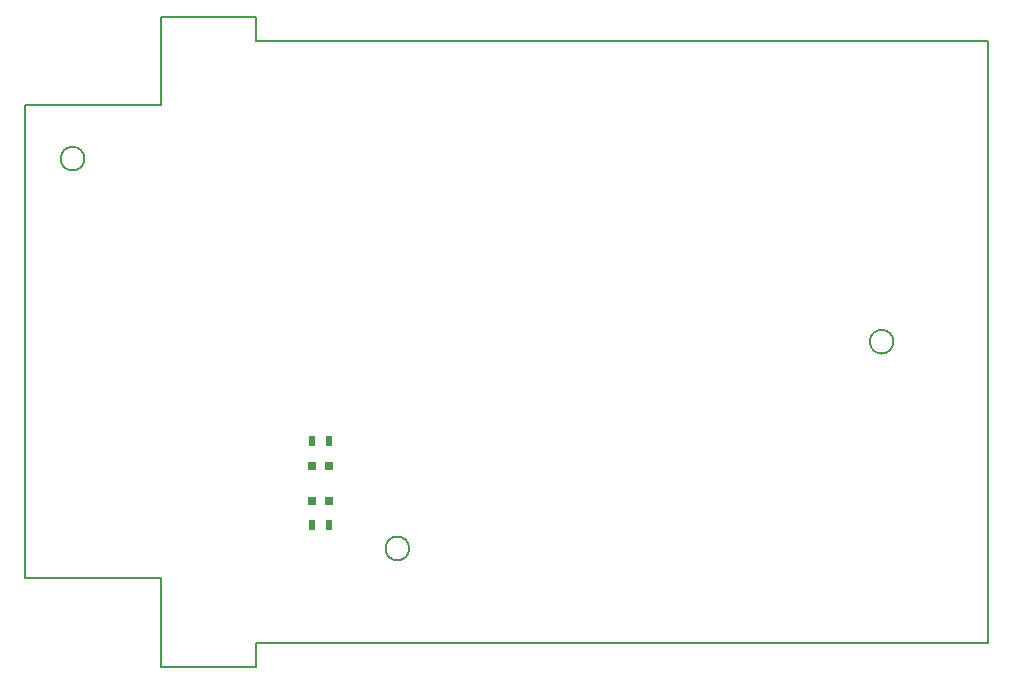
<source format=gbp>
G04 #@! TF.GenerationSoftware,KiCad,Pcbnew,5.0.2-bee76a0~70~ubuntu18.04.1*
G04 #@! TF.CreationDate,2019-12-02T22:21:51+01:00*
G04 #@! TF.ProjectId,meross,6d65726f-7373-42e6-9b69-6361645f7063,rev?*
G04 #@! TF.SameCoordinates,PX6ea0500PY700e860*
G04 #@! TF.FileFunction,Paste,Bot*
G04 #@! TF.FilePolarity,Positive*
%FSLAX46Y46*%
G04 Gerber Fmt 4.6, Leading zero omitted, Abs format (unit mm)*
G04 Created by KiCad (PCBNEW 5.0.2-bee76a0~70~ubuntu18.04.1) date Mon 02 Dec 2019 10:21:51 PM CET*
%MOMM*%
%LPD*%
G01*
G04 APERTURE LIST*
%ADD10C,0.200000*%
%ADD11R,0.500000X0.900000*%
%ADD12R,0.800000X0.750000*%
G04 APERTURE END LIST*
D10*
X32500000Y10000000D02*
G75*
G03X32500000Y10000000I-1000000J0D01*
G01*
X5000000Y43000000D02*
G75*
G03X5000000Y43000000I-1000000J0D01*
G01*
X73500000Y27500000D02*
G75*
G03X73500000Y27500000I-1000000J0D01*
G01*
X81499999Y53000000D02*
X81500000Y2000000D01*
X81499999Y53000000D02*
X19500000Y53000000D01*
X19500000Y2000000D02*
X81500000Y2000000D01*
X19500000Y0D02*
X19500000Y2000000D01*
X19500000Y53000000D02*
X19500000Y55000000D01*
X19500000Y0D02*
X11500000Y0D01*
X11500000Y55000000D02*
X19500000Y55000000D01*
X11500000Y55000000D02*
X11500000Y47500000D01*
X11500000Y7500000D02*
X11500000Y0D01*
X11500000Y7500000D02*
X0Y7500000D01*
X0Y47500000D02*
X11500000Y47500000D01*
X0Y7500000D02*
X0Y47500000D01*
D11*
G04 #@! TO.C,R4*
X25750000Y19100000D03*
X24250000Y19100000D03*
G04 #@! TD*
D12*
G04 #@! TO.C,C1*
X25750000Y14000000D03*
X24250000Y14000000D03*
G04 #@! TD*
G04 #@! TO.C,C3*
X24250000Y16950000D03*
X25750000Y16950000D03*
G04 #@! TD*
D11*
G04 #@! TO.C,R1*
X24250000Y12000000D03*
X25750000Y12000000D03*
G04 #@! TD*
M02*

</source>
